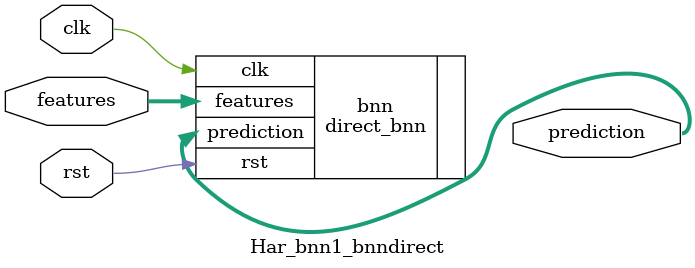
<source format=v>













module Har_bnn1_bnndirect #(

parameter FEAT_CNT = 12,
parameter HIDDEN_CNT = 40,
parameter FEAT_BITS = 4,
parameter CLASS_CNT = 6,
parameter TEST_CNT = 1000


  ) (
  input clk,
  input rst,
  input [FEAT_CNT*FEAT_BITS-1:0] features,
  output [$clog2(CLASS_CNT)-1:0] prediction
  );

  localparam Weights0 = 480'b010011011001001100101101110001110010101011110010111001110001101001101010010011110101100110000101000100000111110100000001101110101101000110000001100100000001110000111111100111001110011001111010101000111100000011110011111011101000100111100110001101001001000110110111001011101011010111110100111000111100000011000000000100101111000110010101011010001100110101000100110101010101111011111000111000010110111000110001001110000010001100000101000000100100011000001101111001100001101000111001 ;
  localparam Weights1 = 240'b111001111101100000101111100101100010100011010110111111001010010101011010011101001110011111011110001101011100001000101010010101000110011010101101110010110100110101111111011000000011000110001111110000010111001001000101000010011100001111000100 ;

  direct_bnn #(.FEAT_CNT(FEAT_CNT),.FEAT_BITS(FEAT_BITS),.HIDDEN_CNT(HIDDEN_CNT),.CLASS_CNT(CLASS_CNT),.Weights0(Weights0),.Weights1(Weights1)) bnn (
    .clk(clk),
    .rst(rst),
    .features(features),
    .prediction(prediction)
  );

endmodule

</source>
